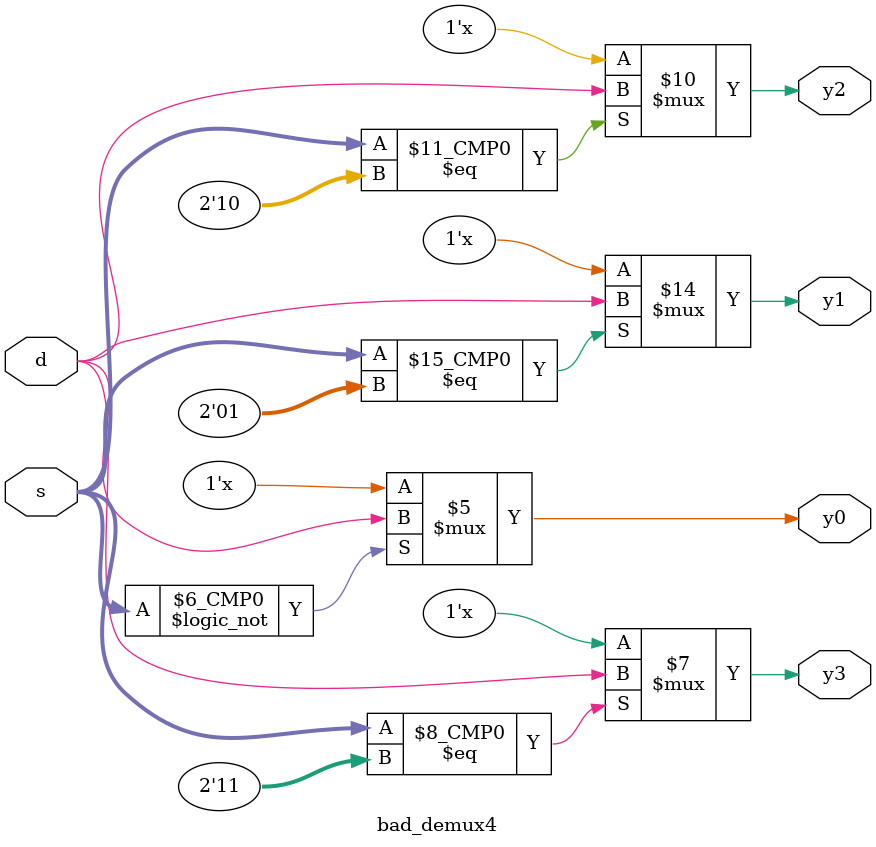
<source format=v>
module bad_demux4 (
   input       d,
   input [1:0] s,
   output reg  y0,
   output reg  y1,
   output reg  y2,
   output reg  y3
   );
   
   always @(*) begin
      case (s)
         0: y0 = d;
         1: y1 = d;
         2: y2 = d;
         3: y3 = d;
      endcase
   end
      
endmodule
   
</source>
